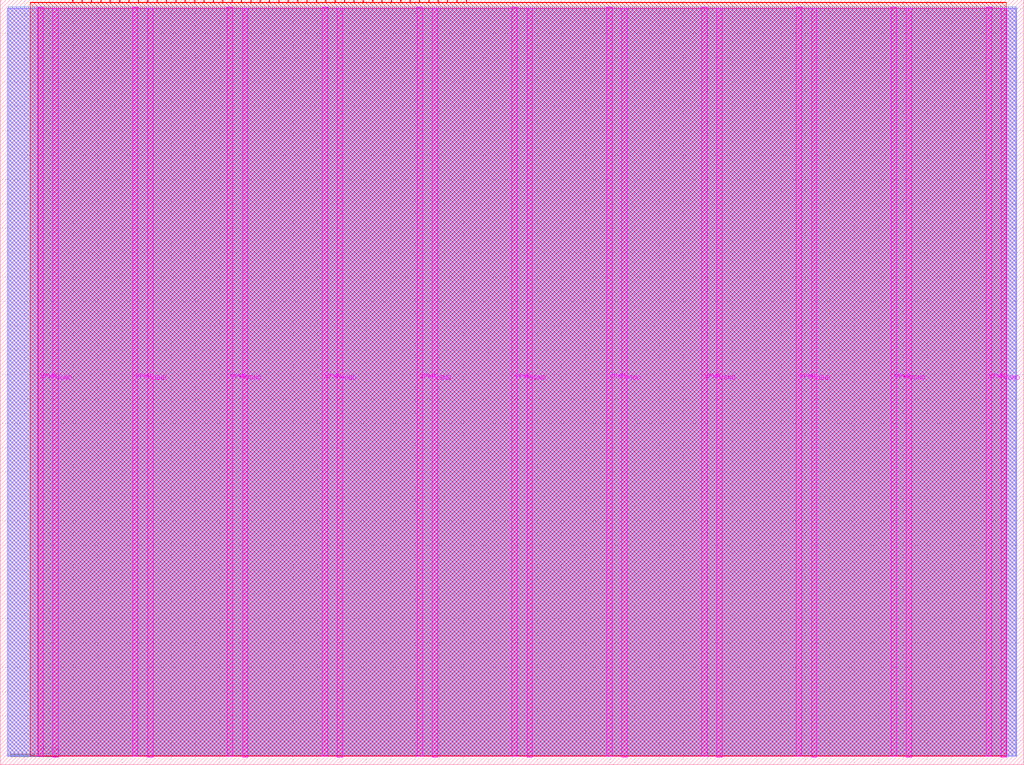
<source format=lef>
VERSION 5.7 ;
  NOWIREEXTENSIONATPIN ON ;
  DIVIDERCHAR "/" ;
  BUSBITCHARS "[]" ;
MACRO tt_um_vga_tetris
  CLASS BLOCK ;
  FOREIGN tt_um_vga_tetris ;
  ORIGIN 0.000 0.000 ;
  SIZE 419.520 BY 313.740 ;
  PIN VGND
    DIRECTION INOUT ;
    USE GROUND ;
    PORT
      LAYER TopMetal1 ;
        RECT 21.580 3.150 23.780 310.180 ;
    END
    PORT
      LAYER TopMetal1 ;
        RECT 60.450 3.150 62.650 310.180 ;
    END
    PORT
      LAYER TopMetal1 ;
        RECT 99.320 3.150 101.520 310.180 ;
    END
    PORT
      LAYER TopMetal1 ;
        RECT 138.190 3.150 140.390 310.180 ;
    END
    PORT
      LAYER TopMetal1 ;
        RECT 177.060 3.150 179.260 310.180 ;
    END
    PORT
      LAYER TopMetal1 ;
        RECT 215.930 3.150 218.130 310.180 ;
    END
    PORT
      LAYER TopMetal1 ;
        RECT 254.800 3.150 257.000 310.180 ;
    END
    PORT
      LAYER TopMetal1 ;
        RECT 293.670 3.150 295.870 310.180 ;
    END
    PORT
      LAYER TopMetal1 ;
        RECT 332.540 3.150 334.740 310.180 ;
    END
    PORT
      LAYER TopMetal1 ;
        RECT 371.410 3.150 373.610 310.180 ;
    END
    PORT
      LAYER TopMetal1 ;
        RECT 410.280 3.150 412.480 310.180 ;
    END
  END VGND
  PIN VPWR
    DIRECTION INOUT ;
    USE POWER ;
    PORT
      LAYER TopMetal1 ;
        RECT 15.380 3.560 17.580 310.590 ;
    END
    PORT
      LAYER TopMetal1 ;
        RECT 54.250 3.560 56.450 310.590 ;
    END
    PORT
      LAYER TopMetal1 ;
        RECT 93.120 3.560 95.320 310.590 ;
    END
    PORT
      LAYER TopMetal1 ;
        RECT 131.990 3.560 134.190 310.590 ;
    END
    PORT
      LAYER TopMetal1 ;
        RECT 170.860 3.560 173.060 310.590 ;
    END
    PORT
      LAYER TopMetal1 ;
        RECT 209.730 3.560 211.930 310.590 ;
    END
    PORT
      LAYER TopMetal1 ;
        RECT 248.600 3.560 250.800 310.590 ;
    END
    PORT
      LAYER TopMetal1 ;
        RECT 287.470 3.560 289.670 310.590 ;
    END
    PORT
      LAYER TopMetal1 ;
        RECT 326.340 3.560 328.540 310.590 ;
    END
    PORT
      LAYER TopMetal1 ;
        RECT 365.210 3.560 367.410 310.590 ;
    END
    PORT
      LAYER TopMetal1 ;
        RECT 404.080 3.560 406.280 310.590 ;
    END
  END VPWR
  PIN clk
    DIRECTION INPUT ;
    USE SIGNAL ;
    ANTENNAGATEAREA 0.725400 ;
    PORT
      LAYER Metal4 ;
        RECT 187.050 312.740 187.350 313.740 ;
    END
  END clk
  PIN ena
    DIRECTION INPUT ;
    USE SIGNAL ;
    PORT
      LAYER Metal4 ;
        RECT 190.890 312.740 191.190 313.740 ;
    END
  END ena
  PIN rst_n
    DIRECTION INPUT ;
    USE SIGNAL ;
    ANTENNAGATEAREA 0.725400 ;
    PORT
      LAYER Metal4 ;
        RECT 183.210 312.740 183.510 313.740 ;
    END
  END rst_n
  PIN ui_in[0]
    DIRECTION INPUT ;
    USE SIGNAL ;
    ANTENNAGATEAREA 0.180700 ;
    PORT
      LAYER Metal4 ;
        RECT 179.370 312.740 179.670 313.740 ;
    END
  END ui_in[0]
  PIN ui_in[1]
    DIRECTION INPUT ;
    USE SIGNAL ;
    ANTENNAGATEAREA 0.180700 ;
    PORT
      LAYER Metal4 ;
        RECT 175.530 312.740 175.830 313.740 ;
    END
  END ui_in[1]
  PIN ui_in[2]
    DIRECTION INPUT ;
    USE SIGNAL ;
    ANTENNAGATEAREA 0.180700 ;
    PORT
      LAYER Metal4 ;
        RECT 171.690 312.740 171.990 313.740 ;
    END
  END ui_in[2]
  PIN ui_in[3]
    DIRECTION INPUT ;
    USE SIGNAL ;
    ANTENNAGATEAREA 0.180700 ;
    PORT
      LAYER Metal4 ;
        RECT 167.850 312.740 168.150 313.740 ;
    END
  END ui_in[3]
  PIN ui_in[4]
    DIRECTION INPUT ;
    USE SIGNAL ;
    PORT
      LAYER Metal4 ;
        RECT 164.010 312.740 164.310 313.740 ;
    END
  END ui_in[4]
  PIN ui_in[5]
    DIRECTION INPUT ;
    USE SIGNAL ;
    PORT
      LAYER Metal4 ;
        RECT 160.170 312.740 160.470 313.740 ;
    END
  END ui_in[5]
  PIN ui_in[6]
    DIRECTION INPUT ;
    USE SIGNAL ;
    PORT
      LAYER Metal4 ;
        RECT 156.330 312.740 156.630 313.740 ;
    END
  END ui_in[6]
  PIN ui_in[7]
    DIRECTION INPUT ;
    USE SIGNAL ;
    PORT
      LAYER Metal4 ;
        RECT 152.490 312.740 152.790 313.740 ;
    END
  END ui_in[7]
  PIN uio_in[0]
    DIRECTION INPUT ;
    USE SIGNAL ;
    PORT
      LAYER Metal4 ;
        RECT 148.650 312.740 148.950 313.740 ;
    END
  END uio_in[0]
  PIN uio_in[1]
    DIRECTION INPUT ;
    USE SIGNAL ;
    PORT
      LAYER Metal4 ;
        RECT 144.810 312.740 145.110 313.740 ;
    END
  END uio_in[1]
  PIN uio_in[2]
    DIRECTION INPUT ;
    USE SIGNAL ;
    PORT
      LAYER Metal4 ;
        RECT 140.970 312.740 141.270 313.740 ;
    END
  END uio_in[2]
  PIN uio_in[3]
    DIRECTION INPUT ;
    USE SIGNAL ;
    PORT
      LAYER Metal4 ;
        RECT 137.130 312.740 137.430 313.740 ;
    END
  END uio_in[3]
  PIN uio_in[4]
    DIRECTION INPUT ;
    USE SIGNAL ;
    PORT
      LAYER Metal4 ;
        RECT 133.290 312.740 133.590 313.740 ;
    END
  END uio_in[4]
  PIN uio_in[5]
    DIRECTION INPUT ;
    USE SIGNAL ;
    PORT
      LAYER Metal4 ;
        RECT 129.450 312.740 129.750 313.740 ;
    END
  END uio_in[5]
  PIN uio_in[6]
    DIRECTION INPUT ;
    USE SIGNAL ;
    PORT
      LAYER Metal4 ;
        RECT 125.610 312.740 125.910 313.740 ;
    END
  END uio_in[6]
  PIN uio_in[7]
    DIRECTION INPUT ;
    USE SIGNAL ;
    PORT
      LAYER Metal4 ;
        RECT 121.770 312.740 122.070 313.740 ;
    END
  END uio_in[7]
  PIN uio_oe[0]
    DIRECTION OUTPUT ;
    USE SIGNAL ;
    ANTENNADIFFAREA 0.299200 ;
    PORT
      LAYER Metal4 ;
        RECT 56.490 312.740 56.790 313.740 ;
    END
  END uio_oe[0]
  PIN uio_oe[1]
    DIRECTION OUTPUT ;
    USE SIGNAL ;
    ANTENNADIFFAREA 0.299200 ;
    PORT
      LAYER Metal4 ;
        RECT 52.650 312.740 52.950 313.740 ;
    END
  END uio_oe[1]
  PIN uio_oe[2]
    DIRECTION OUTPUT ;
    USE SIGNAL ;
    ANTENNADIFFAREA 0.299200 ;
    PORT
      LAYER Metal4 ;
        RECT 48.810 312.740 49.110 313.740 ;
    END
  END uio_oe[2]
  PIN uio_oe[3]
    DIRECTION OUTPUT ;
    USE SIGNAL ;
    ANTENNADIFFAREA 0.299200 ;
    PORT
      LAYER Metal4 ;
        RECT 44.970 312.740 45.270 313.740 ;
    END
  END uio_oe[3]
  PIN uio_oe[4]
    DIRECTION OUTPUT ;
    USE SIGNAL ;
    ANTENNADIFFAREA 0.299200 ;
    PORT
      LAYER Metal4 ;
        RECT 41.130 312.740 41.430 313.740 ;
    END
  END uio_oe[4]
  PIN uio_oe[5]
    DIRECTION OUTPUT ;
    USE SIGNAL ;
    ANTENNADIFFAREA 0.299200 ;
    PORT
      LAYER Metal4 ;
        RECT 37.290 312.740 37.590 313.740 ;
    END
  END uio_oe[5]
  PIN uio_oe[6]
    DIRECTION OUTPUT ;
    USE SIGNAL ;
    ANTENNADIFFAREA 0.299200 ;
    PORT
      LAYER Metal4 ;
        RECT 33.450 312.740 33.750 313.740 ;
    END
  END uio_oe[6]
  PIN uio_oe[7]
    DIRECTION OUTPUT ;
    USE SIGNAL ;
    ANTENNADIFFAREA 0.299200 ;
    PORT
      LAYER Metal4 ;
        RECT 29.610 312.740 29.910 313.740 ;
    END
  END uio_oe[7]
  PIN uio_out[0]
    DIRECTION OUTPUT ;
    USE SIGNAL ;
    ANTENNADIFFAREA 0.299200 ;
    PORT
      LAYER Metal4 ;
        RECT 87.210 312.740 87.510 313.740 ;
    END
  END uio_out[0]
  PIN uio_out[1]
    DIRECTION OUTPUT ;
    USE SIGNAL ;
    ANTENNADIFFAREA 0.299200 ;
    PORT
      LAYER Metal4 ;
        RECT 83.370 312.740 83.670 313.740 ;
    END
  END uio_out[1]
  PIN uio_out[2]
    DIRECTION OUTPUT ;
    USE SIGNAL ;
    ANTENNADIFFAREA 0.299200 ;
    PORT
      LAYER Metal4 ;
        RECT 79.530 312.740 79.830 313.740 ;
    END
  END uio_out[2]
  PIN uio_out[3]
    DIRECTION OUTPUT ;
    USE SIGNAL ;
    ANTENNADIFFAREA 0.299200 ;
    PORT
      LAYER Metal4 ;
        RECT 75.690 312.740 75.990 313.740 ;
    END
  END uio_out[3]
  PIN uio_out[4]
    DIRECTION OUTPUT ;
    USE SIGNAL ;
    ANTENNADIFFAREA 0.299200 ;
    PORT
      LAYER Metal4 ;
        RECT 71.850 312.740 72.150 313.740 ;
    END
  END uio_out[4]
  PIN uio_out[5]
    DIRECTION OUTPUT ;
    USE SIGNAL ;
    ANTENNADIFFAREA 0.299200 ;
    PORT
      LAYER Metal4 ;
        RECT 68.010 312.740 68.310 313.740 ;
    END
  END uio_out[5]
  PIN uio_out[6]
    DIRECTION OUTPUT ;
    USE SIGNAL ;
    ANTENNADIFFAREA 0.299200 ;
    PORT
      LAYER Metal4 ;
        RECT 64.170 312.740 64.470 313.740 ;
    END
  END uio_out[6]
  PIN uio_out[7]
    DIRECTION OUTPUT ;
    USE SIGNAL ;
    ANTENNADIFFAREA 0.299200 ;
    PORT
      LAYER Metal4 ;
        RECT 60.330 312.740 60.630 313.740 ;
    END
  END uio_out[7]
  PIN uo_out[0]
    DIRECTION OUTPUT ;
    USE SIGNAL ;
    ANTENNADIFFAREA 0.706800 ;
    PORT
      LAYER Metal4 ;
        RECT 117.930 312.740 118.230 313.740 ;
    END
  END uo_out[0]
  PIN uo_out[1]
    DIRECTION OUTPUT ;
    USE SIGNAL ;
    ANTENNAGATEAREA 0.180700 ;
    ANTENNADIFFAREA 0.706800 ;
    PORT
      LAYER Metal4 ;
        RECT 114.090 312.740 114.390 313.740 ;
    END
  END uo_out[1]
  PIN uo_out[2]
    DIRECTION OUTPUT ;
    USE SIGNAL ;
    ANTENNADIFFAREA 0.972800 ;
    PORT
      LAYER Metal4 ;
        RECT 110.250 312.740 110.550 313.740 ;
    END
  END uo_out[2]
  PIN uo_out[3]
    DIRECTION OUTPUT ;
    USE SIGNAL ;
    ANTENNADIFFAREA 0.708600 ;
    PORT
      LAYER Metal4 ;
        RECT 106.410 312.740 106.710 313.740 ;
    END
  END uo_out[3]
  PIN uo_out[4]
    DIRECTION OUTPUT ;
    USE SIGNAL ;
    ANTENNADIFFAREA 0.649200 ;
    PORT
      LAYER Metal4 ;
        RECT 102.570 312.740 102.870 313.740 ;
    END
  END uo_out[4]
  PIN uo_out[5]
    DIRECTION OUTPUT ;
    USE SIGNAL ;
    ANTENNADIFFAREA 1.124800 ;
    PORT
      LAYER Metal4 ;
        RECT 98.730 312.740 99.030 313.740 ;
    END
  END uo_out[5]
  PIN uo_out[6]
    DIRECTION OUTPUT ;
    USE SIGNAL ;
    ANTENNAGATEAREA 0.439400 ;
    ANTENNADIFFAREA 1.550400 ;
    PORT
      LAYER Metal4 ;
        RECT 94.890 312.740 95.190 313.740 ;
    END
  END uo_out[6]
  PIN uo_out[7]
    DIRECTION OUTPUT ;
    USE SIGNAL ;
    ANTENNADIFFAREA 0.708600 ;
    PORT
      LAYER Metal4 ;
        RECT 91.050 312.740 91.350 313.740 ;
    END
  END uo_out[7]
  OBS
      LAYER GatPoly ;
        RECT 2.880 3.630 416.640 310.110 ;
      LAYER Metal1 ;
        RECT 2.880 3.560 416.640 310.180 ;
      LAYER Metal2 ;
        RECT 3.255 3.635 416.265 310.945 ;
      LAYER Metal3 ;
        RECT 3.215 3.680 416.305 310.905 ;
      LAYER Metal4 ;
        RECT 12.380 312.530 29.400 312.740 ;
        RECT 30.120 312.530 33.240 312.740 ;
        RECT 33.960 312.530 37.080 312.740 ;
        RECT 37.800 312.530 40.920 312.740 ;
        RECT 41.640 312.530 44.760 312.740 ;
        RECT 45.480 312.530 48.600 312.740 ;
        RECT 49.320 312.530 52.440 312.740 ;
        RECT 53.160 312.530 56.280 312.740 ;
        RECT 57.000 312.530 60.120 312.740 ;
        RECT 60.840 312.530 63.960 312.740 ;
        RECT 64.680 312.530 67.800 312.740 ;
        RECT 68.520 312.530 71.640 312.740 ;
        RECT 72.360 312.530 75.480 312.740 ;
        RECT 76.200 312.530 79.320 312.740 ;
        RECT 80.040 312.530 83.160 312.740 ;
        RECT 83.880 312.530 87.000 312.740 ;
        RECT 87.720 312.530 90.840 312.740 ;
        RECT 91.560 312.530 94.680 312.740 ;
        RECT 95.400 312.530 98.520 312.740 ;
        RECT 99.240 312.530 102.360 312.740 ;
        RECT 103.080 312.530 106.200 312.740 ;
        RECT 106.920 312.530 110.040 312.740 ;
        RECT 110.760 312.530 113.880 312.740 ;
        RECT 114.600 312.530 117.720 312.740 ;
        RECT 118.440 312.530 121.560 312.740 ;
        RECT 122.280 312.530 125.400 312.740 ;
        RECT 126.120 312.530 129.240 312.740 ;
        RECT 129.960 312.530 133.080 312.740 ;
        RECT 133.800 312.530 136.920 312.740 ;
        RECT 137.640 312.530 140.760 312.740 ;
        RECT 141.480 312.530 144.600 312.740 ;
        RECT 145.320 312.530 148.440 312.740 ;
        RECT 149.160 312.530 152.280 312.740 ;
        RECT 153.000 312.530 156.120 312.740 ;
        RECT 156.840 312.530 159.960 312.740 ;
        RECT 160.680 312.530 163.800 312.740 ;
        RECT 164.520 312.530 167.640 312.740 ;
        RECT 168.360 312.530 171.480 312.740 ;
        RECT 172.200 312.530 175.320 312.740 ;
        RECT 176.040 312.530 179.160 312.740 ;
        RECT 179.880 312.530 183.000 312.740 ;
        RECT 183.720 312.530 186.840 312.740 ;
        RECT 187.560 312.530 190.680 312.740 ;
        RECT 191.400 312.530 412.300 312.740 ;
        RECT 12.380 3.635 412.300 312.530 ;
      LAYER Metal5 ;
        RECT 15.515 3.470 412.345 310.270 ;
  END
END tt_um_vga_tetris
END LIBRARY


</source>
